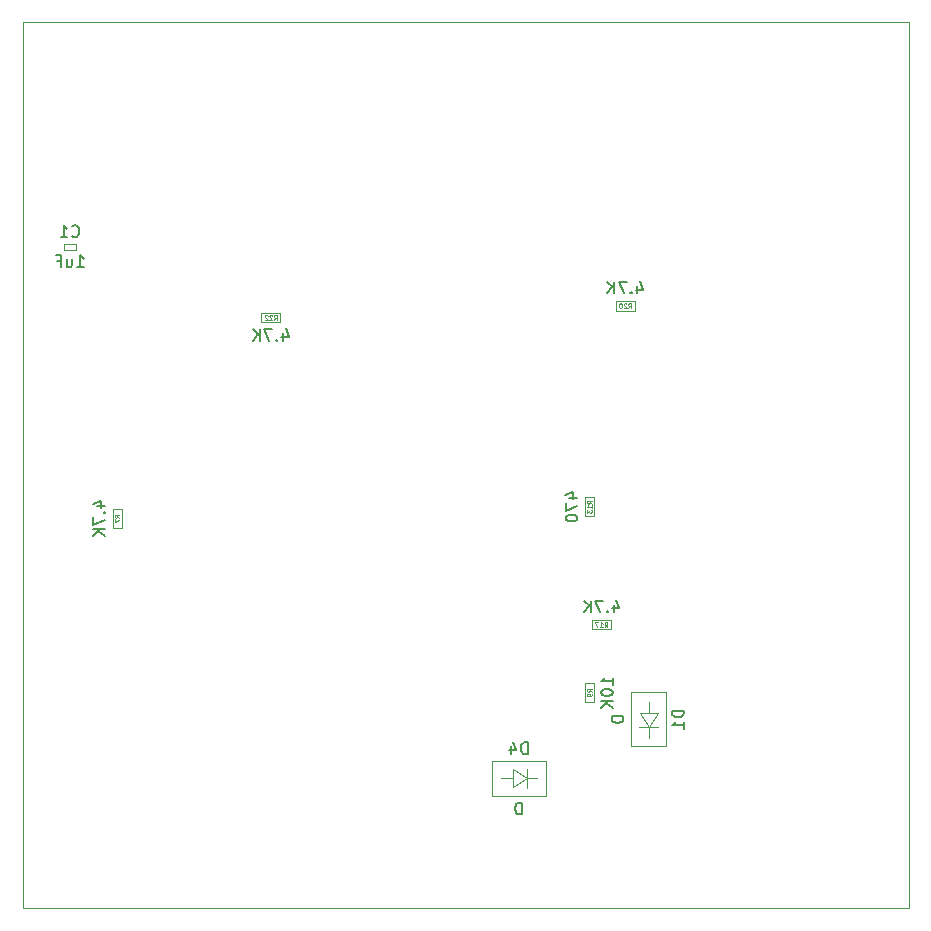
<source format=gbr>
G04 #@! TF.GenerationSoftware,KiCad,Pcbnew,(5.0.1)-3*
G04 #@! TF.CreationDate,2018-11-29T07:36:31-08:00*
G04 #@! TF.ProjectId,DashSight-Mezzanine-Card,4461736853696768742D4D657A7A616E,rev?*
G04 #@! TF.SameCoordinates,Original*
G04 #@! TF.FileFunction,Other,Fab,Bot*
%FSLAX46Y46*%
G04 Gerber Fmt 4.6, Leading zero omitted, Abs format (unit mm)*
G04 Created by KiCad (PCBNEW (5.0.1)-3) date 29/11/2018 7:36:31 AM*
%MOMM*%
%LPD*%
G01*
G04 APERTURE LIST*
%ADD10C,0.100000*%
%ADD11C,0.150000*%
%ADD12C,0.075000*%
G04 APERTURE END LIST*
D10*
X125000000Y-125000000D02*
X125000000Y-50000000D01*
X200000000Y-125000000D02*
X125000000Y-125000000D01*
X200000000Y-50000000D02*
X200000000Y-125000000D01*
X125000000Y-50000000D02*
X200000000Y-50000000D01*
G04 #@! TO.C,R9*
X173400000Y-105950000D02*
X172600000Y-105950000D01*
X173400000Y-107550000D02*
X173400000Y-105950000D01*
X172600000Y-107550000D02*
X173400000Y-107550000D01*
X172600000Y-105950000D02*
X172600000Y-107550000D01*
G04 #@! TO.C,C1*
X129500000Y-69250000D02*
X129500000Y-68750000D01*
X128500000Y-69250000D02*
X129500000Y-69250000D01*
X128500000Y-68750000D02*
X128500000Y-69250000D01*
X129500000Y-68750000D02*
X128500000Y-68750000D01*
G04 #@! TO.C,D4*
X164700000Y-115500000D02*
X169300000Y-115500000D01*
X169300000Y-115500000D02*
X169300000Y-112500000D01*
X164700000Y-112500000D02*
X164700000Y-115500000D01*
X164700000Y-112500000D02*
X169300000Y-112500000D01*
X167649440Y-114001020D02*
X168551140Y-114001020D01*
X166498820Y-114001020D02*
X165500600Y-114001020D01*
X167649440Y-113200920D02*
X167649440Y-114801120D01*
X166498820Y-114750320D02*
X166498820Y-113200920D01*
X167649440Y-114001020D02*
X166498820Y-114750320D01*
X167649440Y-114001020D02*
X166498820Y-113200920D01*
G04 #@! TO.C,D1*
X176500000Y-106700000D02*
X176500000Y-111300000D01*
X176500000Y-111300000D02*
X179500000Y-111300000D01*
X179500000Y-106700000D02*
X176500000Y-106700000D01*
X179500000Y-106700000D02*
X179500000Y-111300000D01*
X177998980Y-109649440D02*
X177998980Y-110551140D01*
X177998980Y-108498820D02*
X177998980Y-107500600D01*
X178799080Y-109649440D02*
X177198880Y-109649440D01*
X177249680Y-108498820D02*
X178799080Y-108498820D01*
X177998980Y-109649440D02*
X177249680Y-108498820D01*
X177998980Y-109649440D02*
X178799080Y-108498820D01*
G04 #@! TO.C,R20*
X175200000Y-73600000D02*
X175200000Y-74400000D01*
X176800000Y-73600000D02*
X175200000Y-73600000D01*
X176800000Y-74400000D02*
X176800000Y-73600000D01*
X175200000Y-74400000D02*
X176800000Y-74400000D01*
G04 #@! TO.C,R22*
X146800000Y-75400000D02*
X146800000Y-74600000D01*
X145200000Y-75400000D02*
X146800000Y-75400000D01*
X145200000Y-74600000D02*
X145200000Y-75400000D01*
X146800000Y-74600000D02*
X145200000Y-74600000D01*
G04 #@! TO.C,R13*
X172600000Y-91800000D02*
X173400000Y-91800000D01*
X172600000Y-90200000D02*
X172600000Y-91800000D01*
X173400000Y-90200000D02*
X172600000Y-90200000D01*
X173400000Y-91800000D02*
X173400000Y-90200000D01*
G04 #@! TO.C,R17*
X173200000Y-100600000D02*
X173200000Y-101400000D01*
X174800000Y-100600000D02*
X173200000Y-100600000D01*
X174800000Y-101400000D02*
X174800000Y-100600000D01*
X173200000Y-101400000D02*
X174800000Y-101400000D01*
G04 #@! TO.C,R7*
X132600000Y-92800000D02*
X133400000Y-92800000D01*
X132600000Y-91200000D02*
X132600000Y-92800000D01*
X133400000Y-91200000D02*
X132600000Y-91200000D01*
X133400000Y-92800000D02*
X133400000Y-91200000D01*
G04 #@! TD*
G04 #@! TO.C,R9*
D11*
X174952380Y-106059523D02*
X174952380Y-105488095D01*
X174952380Y-105773809D02*
X173952380Y-105773809D01*
X174095238Y-105678571D01*
X174190476Y-105583333D01*
X174238095Y-105488095D01*
X173952380Y-106678571D02*
X173952380Y-106773809D01*
X174000000Y-106869047D01*
X174047619Y-106916666D01*
X174142857Y-106964285D01*
X174333333Y-107011904D01*
X174571428Y-107011904D01*
X174761904Y-106964285D01*
X174857142Y-106916666D01*
X174904761Y-106869047D01*
X174952380Y-106773809D01*
X174952380Y-106678571D01*
X174904761Y-106583333D01*
X174857142Y-106535714D01*
X174761904Y-106488095D01*
X174571428Y-106440476D01*
X174333333Y-106440476D01*
X174142857Y-106488095D01*
X174047619Y-106535714D01*
X174000000Y-106583333D01*
X173952380Y-106678571D01*
X174952380Y-107440476D02*
X173952380Y-107440476D01*
X174952380Y-108011904D02*
X174380952Y-107583333D01*
X173952380Y-108011904D02*
X174523809Y-107440476D01*
D12*
X173180952Y-106683333D02*
X172990476Y-106550000D01*
X173180952Y-106454761D02*
X172780952Y-106454761D01*
X172780952Y-106607142D01*
X172800000Y-106645238D01*
X172819047Y-106664285D01*
X172857142Y-106683333D01*
X172914285Y-106683333D01*
X172952380Y-106664285D01*
X172971428Y-106645238D01*
X172990476Y-106607142D01*
X172990476Y-106454761D01*
X173180952Y-106873809D02*
X173180952Y-106950000D01*
X173161904Y-106988095D01*
X173142857Y-107007142D01*
X173085714Y-107045238D01*
X173009523Y-107064285D01*
X172857142Y-107064285D01*
X172819047Y-107045238D01*
X172800000Y-107026190D01*
X172780952Y-106988095D01*
X172780952Y-106911904D01*
X172800000Y-106873809D01*
X172819047Y-106854761D01*
X172857142Y-106835714D01*
X172952380Y-106835714D01*
X172990476Y-106854761D01*
X173009523Y-106873809D01*
X173028571Y-106911904D01*
X173028571Y-106988095D01*
X173009523Y-107026190D01*
X172990476Y-107045238D01*
X172952380Y-107064285D01*
G04 #@! TO.C,C1*
D11*
X129595238Y-70722380D02*
X130166666Y-70722380D01*
X129880952Y-70722380D02*
X129880952Y-69722380D01*
X129976190Y-69865238D01*
X130071428Y-69960476D01*
X130166666Y-70008095D01*
X128738095Y-70055714D02*
X128738095Y-70722380D01*
X129166666Y-70055714D02*
X129166666Y-70579523D01*
X129119047Y-70674761D01*
X129023809Y-70722380D01*
X128880952Y-70722380D01*
X128785714Y-70674761D01*
X128738095Y-70627142D01*
X127928571Y-70198571D02*
X128261904Y-70198571D01*
X128261904Y-70722380D02*
X128261904Y-69722380D01*
X127785714Y-69722380D01*
X129166666Y-68087142D02*
X129214285Y-68134761D01*
X129357142Y-68182380D01*
X129452380Y-68182380D01*
X129595238Y-68134761D01*
X129690476Y-68039523D01*
X129738095Y-67944285D01*
X129785714Y-67753809D01*
X129785714Y-67610952D01*
X129738095Y-67420476D01*
X129690476Y-67325238D01*
X129595238Y-67230000D01*
X129452380Y-67182380D01*
X129357142Y-67182380D01*
X129214285Y-67230000D01*
X129166666Y-67277619D01*
X128214285Y-68182380D02*
X128785714Y-68182380D01*
X128500000Y-68182380D02*
X128500000Y-67182380D01*
X128595238Y-67325238D01*
X128690476Y-67420476D01*
X128785714Y-67468095D01*
G04 #@! TO.C,D4*
X167261904Y-117052380D02*
X167261904Y-116052380D01*
X167023809Y-116052380D01*
X166880952Y-116100000D01*
X166785714Y-116195238D01*
X166738095Y-116290476D01*
X166690476Y-116480952D01*
X166690476Y-116623809D01*
X166738095Y-116814285D01*
X166785714Y-116909523D01*
X166880952Y-117004761D01*
X167023809Y-117052380D01*
X167261904Y-117052380D01*
X167738095Y-111952380D02*
X167738095Y-110952380D01*
X167500000Y-110952380D01*
X167357142Y-111000000D01*
X167261904Y-111095238D01*
X167214285Y-111190476D01*
X167166666Y-111380952D01*
X167166666Y-111523809D01*
X167214285Y-111714285D01*
X167261904Y-111809523D01*
X167357142Y-111904761D01*
X167500000Y-111952380D01*
X167738095Y-111952380D01*
X166309523Y-111285714D02*
X166309523Y-111952380D01*
X166547619Y-110904761D02*
X166785714Y-111619047D01*
X166166666Y-111619047D01*
G04 #@! TO.C,D1*
X175852380Y-108738095D02*
X174852380Y-108738095D01*
X174852380Y-108976190D01*
X174900000Y-109119047D01*
X174995238Y-109214285D01*
X175090476Y-109261904D01*
X175280952Y-109309523D01*
X175423809Y-109309523D01*
X175614285Y-109261904D01*
X175709523Y-109214285D01*
X175804761Y-109119047D01*
X175852380Y-108976190D01*
X175852380Y-108738095D01*
X180952380Y-108261904D02*
X179952380Y-108261904D01*
X179952380Y-108500000D01*
X180000000Y-108642857D01*
X180095238Y-108738095D01*
X180190476Y-108785714D01*
X180380952Y-108833333D01*
X180523809Y-108833333D01*
X180714285Y-108785714D01*
X180809523Y-108738095D01*
X180904761Y-108642857D01*
X180952380Y-108500000D01*
X180952380Y-108261904D01*
X180952380Y-109785714D02*
X180952380Y-109214285D01*
X180952380Y-109500000D02*
X179952380Y-109500000D01*
X180095238Y-109404761D01*
X180190476Y-109309523D01*
X180238095Y-109214285D01*
G04 #@! TO.C,R20*
X177023809Y-72285714D02*
X177023809Y-72952380D01*
X177261904Y-71904761D02*
X177500000Y-72619047D01*
X176880952Y-72619047D01*
X176500000Y-72857142D02*
X176452380Y-72904761D01*
X176500000Y-72952380D01*
X176547619Y-72904761D01*
X176500000Y-72857142D01*
X176500000Y-72952380D01*
X176119047Y-71952380D02*
X175452380Y-71952380D01*
X175880952Y-72952380D01*
X175071428Y-72952380D02*
X175071428Y-71952380D01*
X174500000Y-72952380D02*
X174928571Y-72380952D01*
X174500000Y-71952380D02*
X175071428Y-72523809D01*
D12*
X176257142Y-74180952D02*
X176390476Y-73990476D01*
X176485714Y-74180952D02*
X176485714Y-73780952D01*
X176333333Y-73780952D01*
X176295238Y-73800000D01*
X176276190Y-73819047D01*
X176257142Y-73857142D01*
X176257142Y-73914285D01*
X176276190Y-73952380D01*
X176295238Y-73971428D01*
X176333333Y-73990476D01*
X176485714Y-73990476D01*
X176104761Y-73819047D02*
X176085714Y-73800000D01*
X176047619Y-73780952D01*
X175952380Y-73780952D01*
X175914285Y-73800000D01*
X175895238Y-73819047D01*
X175876190Y-73857142D01*
X175876190Y-73895238D01*
X175895238Y-73952380D01*
X176123809Y-74180952D01*
X175876190Y-74180952D01*
X175628571Y-73780952D02*
X175590476Y-73780952D01*
X175552380Y-73800000D01*
X175533333Y-73819047D01*
X175514285Y-73857142D01*
X175495238Y-73933333D01*
X175495238Y-74028571D01*
X175514285Y-74104761D01*
X175533333Y-74142857D01*
X175552380Y-74161904D01*
X175590476Y-74180952D01*
X175628571Y-74180952D01*
X175666666Y-74161904D01*
X175685714Y-74142857D01*
X175704761Y-74104761D01*
X175723809Y-74028571D01*
X175723809Y-73933333D01*
X175704761Y-73857142D01*
X175685714Y-73819047D01*
X175666666Y-73800000D01*
X175628571Y-73780952D01*
G04 #@! TO.C,R22*
D11*
X147023809Y-76285714D02*
X147023809Y-76952380D01*
X147261904Y-75904761D02*
X147500000Y-76619047D01*
X146880952Y-76619047D01*
X146500000Y-76857142D02*
X146452380Y-76904761D01*
X146500000Y-76952380D01*
X146547619Y-76904761D01*
X146500000Y-76857142D01*
X146500000Y-76952380D01*
X146119047Y-75952380D02*
X145452380Y-75952380D01*
X145880952Y-76952380D01*
X145071428Y-76952380D02*
X145071428Y-75952380D01*
X144500000Y-76952380D02*
X144928571Y-76380952D01*
X144500000Y-75952380D02*
X145071428Y-76523809D01*
D12*
X146257142Y-75180952D02*
X146390476Y-74990476D01*
X146485714Y-75180952D02*
X146485714Y-74780952D01*
X146333333Y-74780952D01*
X146295238Y-74800000D01*
X146276190Y-74819047D01*
X146257142Y-74857142D01*
X146257142Y-74914285D01*
X146276190Y-74952380D01*
X146295238Y-74971428D01*
X146333333Y-74990476D01*
X146485714Y-74990476D01*
X146104761Y-74819047D02*
X146085714Y-74800000D01*
X146047619Y-74780952D01*
X145952380Y-74780952D01*
X145914285Y-74800000D01*
X145895238Y-74819047D01*
X145876190Y-74857142D01*
X145876190Y-74895238D01*
X145895238Y-74952380D01*
X146123809Y-75180952D01*
X145876190Y-75180952D01*
X145723809Y-74819047D02*
X145704761Y-74800000D01*
X145666666Y-74780952D01*
X145571428Y-74780952D01*
X145533333Y-74800000D01*
X145514285Y-74819047D01*
X145495238Y-74857142D01*
X145495238Y-74895238D01*
X145514285Y-74952380D01*
X145742857Y-75180952D01*
X145495238Y-75180952D01*
G04 #@! TO.C,R13*
D11*
X171285714Y-90238095D02*
X171952380Y-90238095D01*
X170904761Y-90000000D02*
X171619047Y-89761904D01*
X171619047Y-90380952D01*
X170952380Y-90666666D02*
X170952380Y-91333333D01*
X171952380Y-90904761D01*
X170952380Y-91904761D02*
X170952380Y-92000000D01*
X171000000Y-92095238D01*
X171047619Y-92142857D01*
X171142857Y-92190476D01*
X171333333Y-92238095D01*
X171571428Y-92238095D01*
X171761904Y-92190476D01*
X171857142Y-92142857D01*
X171904761Y-92095238D01*
X171952380Y-92000000D01*
X171952380Y-91904761D01*
X171904761Y-91809523D01*
X171857142Y-91761904D01*
X171761904Y-91714285D01*
X171571428Y-91666666D01*
X171333333Y-91666666D01*
X171142857Y-91714285D01*
X171047619Y-91761904D01*
X171000000Y-91809523D01*
X170952380Y-91904761D01*
D12*
X173180952Y-90742857D02*
X172990476Y-90609523D01*
X173180952Y-90514285D02*
X172780952Y-90514285D01*
X172780952Y-90666666D01*
X172800000Y-90704761D01*
X172819047Y-90723809D01*
X172857142Y-90742857D01*
X172914285Y-90742857D01*
X172952380Y-90723809D01*
X172971428Y-90704761D01*
X172990476Y-90666666D01*
X172990476Y-90514285D01*
X173180952Y-91123809D02*
X173180952Y-90895238D01*
X173180952Y-91009523D02*
X172780952Y-91009523D01*
X172838095Y-90971428D01*
X172876190Y-90933333D01*
X172895238Y-90895238D01*
X172780952Y-91257142D02*
X172780952Y-91504761D01*
X172933333Y-91371428D01*
X172933333Y-91428571D01*
X172952380Y-91466666D01*
X172971428Y-91485714D01*
X173009523Y-91504761D01*
X173104761Y-91504761D01*
X173142857Y-91485714D01*
X173161904Y-91466666D01*
X173180952Y-91428571D01*
X173180952Y-91314285D01*
X173161904Y-91276190D01*
X173142857Y-91257142D01*
G04 #@! TO.C,R17*
D11*
X175023809Y-99285714D02*
X175023809Y-99952380D01*
X175261904Y-98904761D02*
X175500000Y-99619047D01*
X174880952Y-99619047D01*
X174500000Y-99857142D02*
X174452380Y-99904761D01*
X174500000Y-99952380D01*
X174547619Y-99904761D01*
X174500000Y-99857142D01*
X174500000Y-99952380D01*
X174119047Y-98952380D02*
X173452380Y-98952380D01*
X173880952Y-99952380D01*
X173071428Y-99952380D02*
X173071428Y-98952380D01*
X172500000Y-99952380D02*
X172928571Y-99380952D01*
X172500000Y-98952380D02*
X173071428Y-99523809D01*
D12*
X174257142Y-101180952D02*
X174390476Y-100990476D01*
X174485714Y-101180952D02*
X174485714Y-100780952D01*
X174333333Y-100780952D01*
X174295238Y-100800000D01*
X174276190Y-100819047D01*
X174257142Y-100857142D01*
X174257142Y-100914285D01*
X174276190Y-100952380D01*
X174295238Y-100971428D01*
X174333333Y-100990476D01*
X174485714Y-100990476D01*
X173876190Y-101180952D02*
X174104761Y-101180952D01*
X173990476Y-101180952D02*
X173990476Y-100780952D01*
X174028571Y-100838095D01*
X174066666Y-100876190D01*
X174104761Y-100895238D01*
X173742857Y-100780952D02*
X173476190Y-100780952D01*
X173647619Y-101180952D01*
G04 #@! TO.C,R7*
D11*
X131285714Y-90976190D02*
X131952380Y-90976190D01*
X130904761Y-90738095D02*
X131619047Y-90500000D01*
X131619047Y-91119047D01*
X131857142Y-91500000D02*
X131904761Y-91547619D01*
X131952380Y-91500000D01*
X131904761Y-91452380D01*
X131857142Y-91500000D01*
X131952380Y-91500000D01*
X130952380Y-91880952D02*
X130952380Y-92547619D01*
X131952380Y-92119047D01*
X131952380Y-92928571D02*
X130952380Y-92928571D01*
X131952380Y-93500000D02*
X131380952Y-93071428D01*
X130952380Y-93500000D02*
X131523809Y-92928571D01*
D12*
X133180952Y-91933333D02*
X132990476Y-91800000D01*
X133180952Y-91704761D02*
X132780952Y-91704761D01*
X132780952Y-91857142D01*
X132800000Y-91895238D01*
X132819047Y-91914285D01*
X132857142Y-91933333D01*
X132914285Y-91933333D01*
X132952380Y-91914285D01*
X132971428Y-91895238D01*
X132990476Y-91857142D01*
X132990476Y-91704761D01*
X132780952Y-92066666D02*
X132780952Y-92333333D01*
X133180952Y-92161904D01*
G04 #@! TD*
M02*

</source>
